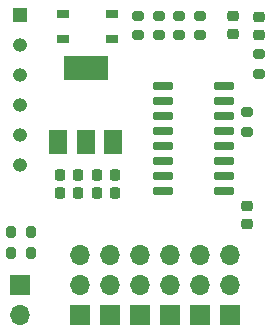
<source format=gbr>
%TF.GenerationSoftware,KiCad,Pcbnew,(6.0.2)*%
%TF.CreationDate,2022-09-28T21:47:16+01:00*%
%TF.ProjectId,m-link-lite,6d2d6c69-6e6b-42d6-9c69-74652e6b6963,rev?*%
%TF.SameCoordinates,Original*%
%TF.FileFunction,Soldermask,Top*%
%TF.FilePolarity,Negative*%
%FSLAX46Y46*%
G04 Gerber Fmt 4.6, Leading zero omitted, Abs format (unit mm)*
G04 Created by KiCad (PCBNEW (6.0.2)) date 2022-09-28 21:47:16*
%MOMM*%
%LPD*%
G01*
G04 APERTURE LIST*
G04 Aperture macros list*
%AMRoundRect*
0 Rectangle with rounded corners*
0 $1 Rounding radius*
0 $2 $3 $4 $5 $6 $7 $8 $9 X,Y pos of 4 corners*
0 Add a 4 corners polygon primitive as box body*
4,1,4,$2,$3,$4,$5,$6,$7,$8,$9,$2,$3,0*
0 Add four circle primitives for the rounded corners*
1,1,$1+$1,$2,$3*
1,1,$1+$1,$4,$5*
1,1,$1+$1,$6,$7*
1,1,$1+$1,$8,$9*
0 Add four rect primitives between the rounded corners*
20,1,$1+$1,$2,$3,$4,$5,0*
20,1,$1+$1,$4,$5,$6,$7,0*
20,1,$1+$1,$6,$7,$8,$9,0*
20,1,$1+$1,$8,$9,$2,$3,0*%
G04 Aperture macros list end*
%ADD10RoundRect,0.200000X-0.275000X0.200000X-0.275000X-0.200000X0.275000X-0.200000X0.275000X0.200000X0*%
%ADD11RoundRect,0.200000X-0.200000X-0.275000X0.200000X-0.275000X0.200000X0.275000X-0.200000X0.275000X0*%
%ADD12R,1.500000X2.000000*%
%ADD13R,3.800000X2.000000*%
%ADD14RoundRect,0.218750X-0.256250X0.218750X-0.256250X-0.218750X0.256250X-0.218750X0.256250X0.218750X0*%
%ADD15R,1.050000X0.650000*%
%ADD16RoundRect,0.225000X-0.225000X-0.250000X0.225000X-0.250000X0.225000X0.250000X-0.225000X0.250000X0*%
%ADD17RoundRect,0.225000X-0.250000X0.225000X-0.250000X-0.225000X0.250000X-0.225000X0.250000X0.225000X0*%
%ADD18RoundRect,0.150000X-0.725000X-0.150000X0.725000X-0.150000X0.725000X0.150000X-0.725000X0.150000X0*%
%ADD19O,1.700000X1.700000*%
%ADD20R,1.700000X1.700000*%
%ADD21RoundRect,0.225000X0.225000X0.250000X-0.225000X0.250000X-0.225000X-0.250000X0.225000X-0.250000X0*%
%ADD22RoundRect,0.200000X0.275000X-0.200000X0.275000X0.200000X-0.275000X0.200000X-0.275000X-0.200000X0*%
%ADD23R,1.200000X1.200000*%
%ADD24O,1.200000X1.200000*%
%ADD25RoundRect,0.200000X0.200000X0.275000X-0.200000X0.275000X-0.200000X-0.275000X0.200000X-0.275000X0*%
G04 APERTURE END LIST*
D10*
%TO.C,R8*%
X93000000Y-71175000D03*
X93000000Y-72825000D03*
%TD*%
D11*
%TO.C,R1*%
X80500000Y-91250000D03*
X82150000Y-91250000D03*
%TD*%
D12*
%TO.C,U1*%
X84500000Y-81900000D03*
X86800000Y-81900000D03*
D13*
X86800000Y-75600000D03*
D12*
X89100000Y-81900000D03*
%TD*%
D14*
%TO.C,D1*%
X101500000Y-71250000D03*
X101500000Y-72825000D03*
%TD*%
D15*
%TO.C,SW1*%
X89000000Y-73150000D03*
X84850000Y-73150000D03*
X84850000Y-71000000D03*
X89000000Y-71000000D03*
%TD*%
D16*
%TO.C,C1*%
X87725000Y-86200000D03*
X89275000Y-86200000D03*
%TD*%
%TO.C,C3*%
X87725000Y-84700000D03*
X89275000Y-84700000D03*
%TD*%
D17*
%TO.C,C7*%
X100500000Y-87250000D03*
X100500000Y-88800000D03*
%TD*%
D18*
%TO.C,U3*%
X93350000Y-77110000D03*
X93350000Y-78380000D03*
X93350000Y-79650000D03*
X93350000Y-80920000D03*
X93350000Y-82190000D03*
X93350000Y-83460000D03*
X93350000Y-84730000D03*
X93350000Y-86000000D03*
X98500000Y-86000000D03*
X98500000Y-84730000D03*
X98500000Y-83460000D03*
X98500000Y-82190000D03*
X98500000Y-80920000D03*
X98500000Y-79650000D03*
X98500000Y-78380000D03*
X98500000Y-77110000D03*
%TD*%
D19*
%TO.C,J3*%
X86360000Y-91440000D03*
X86360000Y-93980000D03*
D20*
X86360000Y-96520000D03*
D19*
X88900000Y-91440000D03*
X88900000Y-93980000D03*
D20*
X88900000Y-96520000D03*
D19*
X91440000Y-91440000D03*
X91440000Y-93980000D03*
D20*
X91440000Y-96520000D03*
D19*
X93980000Y-91440000D03*
X93980000Y-93980000D03*
D20*
X93980000Y-96520000D03*
D19*
X96520000Y-91440000D03*
X96520000Y-93980000D03*
D20*
X96520000Y-96520000D03*
D19*
X99060000Y-91440000D03*
X99060000Y-93980000D03*
D20*
X99060000Y-96520000D03*
%TD*%
D21*
%TO.C,C4*%
X86175000Y-84700000D03*
X84625000Y-84700000D03*
%TD*%
D22*
%TO.C,R10*%
X101500000Y-76075000D03*
X101500000Y-74425000D03*
%TD*%
D10*
%TO.C,R4*%
X96500000Y-71175000D03*
X96500000Y-72825000D03*
%TD*%
D23*
%TO.C,J2*%
X81280000Y-71120000D03*
D24*
X81280000Y-73660000D03*
X81280000Y-76200000D03*
X81280000Y-78740000D03*
X81280000Y-81280000D03*
X81280000Y-83820000D03*
%TD*%
D10*
%TO.C,R3*%
X94750000Y-71175000D03*
X94750000Y-72825000D03*
%TD*%
D17*
%TO.C,C5*%
X99250000Y-71200000D03*
X99250000Y-72750000D03*
%TD*%
D21*
%TO.C,C2*%
X86175000Y-86200000D03*
X84625000Y-86200000D03*
%TD*%
D22*
%TO.C,R6*%
X100500000Y-81000000D03*
X100500000Y-79350000D03*
%TD*%
D20*
%TO.C,J1*%
X81280000Y-93980000D03*
D19*
X81280000Y-96520000D03*
%TD*%
D25*
%TO.C,R2*%
X82150000Y-89500000D03*
X80500000Y-89500000D03*
%TD*%
D22*
%TO.C,R5*%
X91250000Y-72825000D03*
X91250000Y-71175000D03*
%TD*%
M02*

</source>
